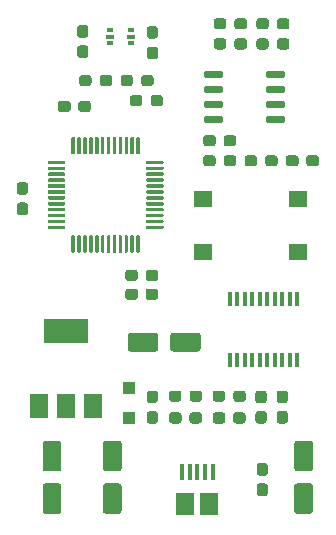
<source format=gtp>
%TF.GenerationSoftware,KiCad,Pcbnew,(5.1.10)-1*%
%TF.CreationDate,2021-07-24T18:54:27+10:00*%
%TF.ProjectId,temperature_logger,74656d70-6572-4617-9475-72655f6c6f67,rev?*%
%TF.SameCoordinates,Original*%
%TF.FileFunction,Paste,Top*%
%TF.FilePolarity,Positive*%
%FSLAX46Y46*%
G04 Gerber Fmt 4.6, Leading zero omitted, Abs format (unit mm)*
G04 Created by KiCad (PCBNEW (5.1.10)-1) date 2021-07-24 18:54:27*
%MOMM*%
%LPD*%
G01*
G04 APERTURE LIST*
%ADD10R,1.600000X1.400000*%
%ADD11R,1.000000X1.000000*%
%ADD12R,0.400000X1.200000*%
%ADD13R,1.500000X2.000000*%
%ADD14R,3.800000X2.000000*%
%ADD15R,0.500000X0.375000*%
%ADD16R,0.650000X0.300000*%
%ADD17R,1.500000X1.900000*%
%ADD18R,0.400000X1.350000*%
G04 APERTURE END LIST*
D10*
%TO.C,SW1*%
X146900000Y-87250000D03*
X154900000Y-87250000D03*
X146900000Y-82750000D03*
X154900000Y-82750000D03*
%TD*%
%TO.C,C2*%
G36*
G01*
X155625000Y-79737500D02*
X155625000Y-79262500D01*
G75*
G02*
X155862500Y-79025000I237500J0D01*
G01*
X156462500Y-79025000D01*
G75*
G02*
X156700000Y-79262500I0J-237500D01*
G01*
X156700000Y-79737500D01*
G75*
G02*
X156462500Y-79975000I-237500J0D01*
G01*
X155862500Y-79975000D01*
G75*
G02*
X155625000Y-79737500I0J237500D01*
G01*
G37*
G36*
G01*
X153900000Y-79737500D02*
X153900000Y-79262500D01*
G75*
G02*
X154137500Y-79025000I237500J0D01*
G01*
X154737500Y-79025000D01*
G75*
G02*
X154975000Y-79262500I0J-237500D01*
G01*
X154975000Y-79737500D01*
G75*
G02*
X154737500Y-79975000I-237500J0D01*
G01*
X154137500Y-79975000D01*
G75*
G02*
X153900000Y-79737500I0J237500D01*
G01*
G37*
%TD*%
%TO.C,C8*%
G36*
G01*
X138650000Y-106800000D02*
X139750000Y-106800000D01*
G75*
G02*
X140000000Y-107050000I0J-250000D01*
G01*
X140000000Y-109150000D01*
G75*
G02*
X139750000Y-109400000I-250000J0D01*
G01*
X138650000Y-109400000D01*
G75*
G02*
X138400000Y-109150000I0J250000D01*
G01*
X138400000Y-107050000D01*
G75*
G02*
X138650000Y-106800000I250000J0D01*
G01*
G37*
G36*
G01*
X138650000Y-103200000D02*
X139750000Y-103200000D01*
G75*
G02*
X140000000Y-103450000I0J-250000D01*
G01*
X140000000Y-105550000D01*
G75*
G02*
X139750000Y-105800000I-250000J0D01*
G01*
X138650000Y-105800000D01*
G75*
G02*
X138400000Y-105550000I0J250000D01*
G01*
X138400000Y-103450000D01*
G75*
G02*
X138650000Y-103200000I250000J0D01*
G01*
G37*
%TD*%
%TO.C,C15*%
G36*
G01*
X154850000Y-106800000D02*
X155950000Y-106800000D01*
G75*
G02*
X156200000Y-107050000I0J-250000D01*
G01*
X156200000Y-109150000D01*
G75*
G02*
X155950000Y-109400000I-250000J0D01*
G01*
X154850000Y-109400000D01*
G75*
G02*
X154600000Y-109150000I0J250000D01*
G01*
X154600000Y-107050000D01*
G75*
G02*
X154850000Y-106800000I250000J0D01*
G01*
G37*
G36*
G01*
X154850000Y-103200000D02*
X155950000Y-103200000D01*
G75*
G02*
X156200000Y-103450000I0J-250000D01*
G01*
X156200000Y-105550000D01*
G75*
G02*
X155950000Y-105800000I-250000J0D01*
G01*
X154850000Y-105800000D01*
G75*
G02*
X154600000Y-105550000I0J250000D01*
G01*
X154600000Y-103450000D01*
G75*
G02*
X154850000Y-103200000I250000J0D01*
G01*
G37*
%TD*%
%TO.C,C12*%
G36*
G01*
X149425000Y-101507500D02*
X149425000Y-101032500D01*
G75*
G02*
X149662500Y-100795000I237500J0D01*
G01*
X150262500Y-100795000D01*
G75*
G02*
X150500000Y-101032500I0J-237500D01*
G01*
X150500000Y-101507500D01*
G75*
G02*
X150262500Y-101745000I-237500J0D01*
G01*
X149662500Y-101745000D01*
G75*
G02*
X149425000Y-101507500I0J237500D01*
G01*
G37*
G36*
G01*
X147700000Y-101507500D02*
X147700000Y-101032500D01*
G75*
G02*
X147937500Y-100795000I237500J0D01*
G01*
X148537500Y-100795000D01*
G75*
G02*
X148775000Y-101032500I0J-237500D01*
G01*
X148775000Y-101507500D01*
G75*
G02*
X148537500Y-101745000I-237500J0D01*
G01*
X147937500Y-101745000D01*
G75*
G02*
X147700000Y-101507500I0J237500D01*
G01*
G37*
%TD*%
%TO.C,C11*%
G36*
G01*
X145075000Y-101032500D02*
X145075000Y-101507500D01*
G75*
G02*
X144837500Y-101745000I-237500J0D01*
G01*
X144237500Y-101745000D01*
G75*
G02*
X144000000Y-101507500I0J237500D01*
G01*
X144000000Y-101032500D01*
G75*
G02*
X144237500Y-100795000I237500J0D01*
G01*
X144837500Y-100795000D01*
G75*
G02*
X145075000Y-101032500I0J-237500D01*
G01*
G37*
G36*
G01*
X146800000Y-101032500D02*
X146800000Y-101507500D01*
G75*
G02*
X146562500Y-101745000I-237500J0D01*
G01*
X145962500Y-101745000D01*
G75*
G02*
X145725000Y-101507500I0J237500D01*
G01*
X145725000Y-101032500D01*
G75*
G02*
X145962500Y-100795000I237500J0D01*
G01*
X146562500Y-100795000D01*
G75*
G02*
X146800000Y-101032500I0J-237500D01*
G01*
G37*
%TD*%
D11*
%TO.C,D3*%
X140600000Y-101250000D03*
X140600000Y-98750000D03*
%TD*%
%TO.C,D2*%
G36*
G01*
X148850000Y-67662500D02*
X148850000Y-68137500D01*
G75*
G02*
X148612500Y-68375000I-237500J0D01*
G01*
X148037500Y-68375000D01*
G75*
G02*
X147800000Y-68137500I0J237500D01*
G01*
X147800000Y-67662500D01*
G75*
G02*
X148037500Y-67425000I237500J0D01*
G01*
X148612500Y-67425000D01*
G75*
G02*
X148850000Y-67662500I0J-237500D01*
G01*
G37*
G36*
G01*
X150600000Y-67662500D02*
X150600000Y-68137500D01*
G75*
G02*
X150362500Y-68375000I-237500J0D01*
G01*
X149787500Y-68375000D01*
G75*
G02*
X149550000Y-68137500I0J237500D01*
G01*
X149550000Y-67662500D01*
G75*
G02*
X149787500Y-67425000I237500J0D01*
G01*
X150362500Y-67425000D01*
G75*
G02*
X150600000Y-67662500I0J-237500D01*
G01*
G37*
%TD*%
%TO.C,D1*%
G36*
G01*
X152450000Y-67662500D02*
X152450000Y-68137500D01*
G75*
G02*
X152212500Y-68375000I-237500J0D01*
G01*
X151637500Y-68375000D01*
G75*
G02*
X151400000Y-68137500I0J237500D01*
G01*
X151400000Y-67662500D01*
G75*
G02*
X151637500Y-67425000I237500J0D01*
G01*
X152212500Y-67425000D01*
G75*
G02*
X152450000Y-67662500I0J-237500D01*
G01*
G37*
G36*
G01*
X154200000Y-67662500D02*
X154200000Y-68137500D01*
G75*
G02*
X153962500Y-68375000I-237500J0D01*
G01*
X153387500Y-68375000D01*
G75*
G02*
X153150000Y-68137500I0J237500D01*
G01*
X153150000Y-67662500D01*
G75*
G02*
X153387500Y-67425000I237500J0D01*
G01*
X153962500Y-67425000D01*
G75*
G02*
X154200000Y-67662500I0J-237500D01*
G01*
G37*
%TD*%
%TO.C,C10*%
G36*
G01*
X144100000Y-95400000D02*
X144100000Y-94300000D01*
G75*
G02*
X144350000Y-94050000I250000J0D01*
G01*
X146450000Y-94050000D01*
G75*
G02*
X146700000Y-94300000I0J-250000D01*
G01*
X146700000Y-95400000D01*
G75*
G02*
X146450000Y-95650000I-250000J0D01*
G01*
X144350000Y-95650000D01*
G75*
G02*
X144100000Y-95400000I0J250000D01*
G01*
G37*
G36*
G01*
X140500000Y-95400000D02*
X140500000Y-94300000D01*
G75*
G02*
X140750000Y-94050000I250000J0D01*
G01*
X142850000Y-94050000D01*
G75*
G02*
X143100000Y-94300000I0J-250000D01*
G01*
X143100000Y-95400000D01*
G75*
G02*
X142850000Y-95650000I-250000J0D01*
G01*
X140750000Y-95650000D01*
G75*
G02*
X140500000Y-95400000I0J250000D01*
G01*
G37*
%TD*%
%TO.C,C9*%
G36*
G01*
X133550000Y-103200000D02*
X134650000Y-103200000D01*
G75*
G02*
X134900000Y-103450000I0J-250000D01*
G01*
X134900000Y-105550000D01*
G75*
G02*
X134650000Y-105800000I-250000J0D01*
G01*
X133550000Y-105800000D01*
G75*
G02*
X133300000Y-105550000I0J250000D01*
G01*
X133300000Y-103450000D01*
G75*
G02*
X133550000Y-103200000I250000J0D01*
G01*
G37*
G36*
G01*
X133550000Y-106800000D02*
X134650000Y-106800000D01*
G75*
G02*
X134900000Y-107050000I0J-250000D01*
G01*
X134900000Y-109150000D01*
G75*
G02*
X134650000Y-109400000I-250000J0D01*
G01*
X133550000Y-109400000D01*
G75*
G02*
X133300000Y-109150000I0J250000D01*
G01*
X133300000Y-107050000D01*
G75*
G02*
X133550000Y-106800000I250000J0D01*
G01*
G37*
%TD*%
D12*
%TO.C,U5*%
X154857500Y-96400000D03*
X154222500Y-96400000D03*
X153587500Y-96400000D03*
X152952500Y-96400000D03*
X152317500Y-96400000D03*
X151682500Y-96400000D03*
X151047500Y-96400000D03*
X150412500Y-96400000D03*
X149777500Y-96400000D03*
X149142500Y-96400000D03*
X149142500Y-91200000D03*
X149777500Y-91200000D03*
X150412500Y-91200000D03*
X151047500Y-91200000D03*
X151682500Y-91200000D03*
X152317500Y-91200000D03*
X152952500Y-91200000D03*
X153587500Y-91200000D03*
X154222500Y-91200000D03*
X154857500Y-91200000D03*
%TD*%
D13*
%TO.C,U4*%
X133000000Y-100250000D03*
X137600000Y-100250000D03*
X135300000Y-100250000D03*
D14*
X135300000Y-93950000D03*
%TD*%
%TO.C,U3*%
G36*
G01*
X135740000Y-78884000D02*
X135740000Y-77559000D01*
G75*
G02*
X135815000Y-77484000I75000J0D01*
G01*
X135965000Y-77484000D01*
G75*
G02*
X136040000Y-77559000I0J-75000D01*
G01*
X136040000Y-78884000D01*
G75*
G02*
X135965000Y-78959000I-75000J0D01*
G01*
X135815000Y-78959000D01*
G75*
G02*
X135740000Y-78884000I0J75000D01*
G01*
G37*
G36*
G01*
X136240000Y-78884000D02*
X136240000Y-77559000D01*
G75*
G02*
X136315000Y-77484000I75000J0D01*
G01*
X136465000Y-77484000D01*
G75*
G02*
X136540000Y-77559000I0J-75000D01*
G01*
X136540000Y-78884000D01*
G75*
G02*
X136465000Y-78959000I-75000J0D01*
G01*
X136315000Y-78959000D01*
G75*
G02*
X136240000Y-78884000I0J75000D01*
G01*
G37*
G36*
G01*
X136740000Y-78884000D02*
X136740000Y-77559000D01*
G75*
G02*
X136815000Y-77484000I75000J0D01*
G01*
X136965000Y-77484000D01*
G75*
G02*
X137040000Y-77559000I0J-75000D01*
G01*
X137040000Y-78884000D01*
G75*
G02*
X136965000Y-78959000I-75000J0D01*
G01*
X136815000Y-78959000D01*
G75*
G02*
X136740000Y-78884000I0J75000D01*
G01*
G37*
G36*
G01*
X137240000Y-78884000D02*
X137240000Y-77559000D01*
G75*
G02*
X137315000Y-77484000I75000J0D01*
G01*
X137465000Y-77484000D01*
G75*
G02*
X137540000Y-77559000I0J-75000D01*
G01*
X137540000Y-78884000D01*
G75*
G02*
X137465000Y-78959000I-75000J0D01*
G01*
X137315000Y-78959000D01*
G75*
G02*
X137240000Y-78884000I0J75000D01*
G01*
G37*
G36*
G01*
X137740000Y-78884000D02*
X137740000Y-77559000D01*
G75*
G02*
X137815000Y-77484000I75000J0D01*
G01*
X137965000Y-77484000D01*
G75*
G02*
X138040000Y-77559000I0J-75000D01*
G01*
X138040000Y-78884000D01*
G75*
G02*
X137965000Y-78959000I-75000J0D01*
G01*
X137815000Y-78959000D01*
G75*
G02*
X137740000Y-78884000I0J75000D01*
G01*
G37*
G36*
G01*
X138240000Y-78884000D02*
X138240000Y-77559000D01*
G75*
G02*
X138315000Y-77484000I75000J0D01*
G01*
X138465000Y-77484000D01*
G75*
G02*
X138540000Y-77559000I0J-75000D01*
G01*
X138540000Y-78884000D01*
G75*
G02*
X138465000Y-78959000I-75000J0D01*
G01*
X138315000Y-78959000D01*
G75*
G02*
X138240000Y-78884000I0J75000D01*
G01*
G37*
G36*
G01*
X138740000Y-78884000D02*
X138740000Y-77559000D01*
G75*
G02*
X138815000Y-77484000I75000J0D01*
G01*
X138965000Y-77484000D01*
G75*
G02*
X139040000Y-77559000I0J-75000D01*
G01*
X139040000Y-78884000D01*
G75*
G02*
X138965000Y-78959000I-75000J0D01*
G01*
X138815000Y-78959000D01*
G75*
G02*
X138740000Y-78884000I0J75000D01*
G01*
G37*
G36*
G01*
X139240000Y-78884000D02*
X139240000Y-77559000D01*
G75*
G02*
X139315000Y-77484000I75000J0D01*
G01*
X139465000Y-77484000D01*
G75*
G02*
X139540000Y-77559000I0J-75000D01*
G01*
X139540000Y-78884000D01*
G75*
G02*
X139465000Y-78959000I-75000J0D01*
G01*
X139315000Y-78959000D01*
G75*
G02*
X139240000Y-78884000I0J75000D01*
G01*
G37*
G36*
G01*
X139740000Y-78884000D02*
X139740000Y-77559000D01*
G75*
G02*
X139815000Y-77484000I75000J0D01*
G01*
X139965000Y-77484000D01*
G75*
G02*
X140040000Y-77559000I0J-75000D01*
G01*
X140040000Y-78884000D01*
G75*
G02*
X139965000Y-78959000I-75000J0D01*
G01*
X139815000Y-78959000D01*
G75*
G02*
X139740000Y-78884000I0J75000D01*
G01*
G37*
G36*
G01*
X140240000Y-78884000D02*
X140240000Y-77559000D01*
G75*
G02*
X140315000Y-77484000I75000J0D01*
G01*
X140465000Y-77484000D01*
G75*
G02*
X140540000Y-77559000I0J-75000D01*
G01*
X140540000Y-78884000D01*
G75*
G02*
X140465000Y-78959000I-75000J0D01*
G01*
X140315000Y-78959000D01*
G75*
G02*
X140240000Y-78884000I0J75000D01*
G01*
G37*
G36*
G01*
X140740000Y-78884000D02*
X140740000Y-77559000D01*
G75*
G02*
X140815000Y-77484000I75000J0D01*
G01*
X140965000Y-77484000D01*
G75*
G02*
X141040000Y-77559000I0J-75000D01*
G01*
X141040000Y-78884000D01*
G75*
G02*
X140965000Y-78959000I-75000J0D01*
G01*
X140815000Y-78959000D01*
G75*
G02*
X140740000Y-78884000I0J75000D01*
G01*
G37*
G36*
G01*
X141240000Y-78884000D02*
X141240000Y-77559000D01*
G75*
G02*
X141315000Y-77484000I75000J0D01*
G01*
X141465000Y-77484000D01*
G75*
G02*
X141540000Y-77559000I0J-75000D01*
G01*
X141540000Y-78884000D01*
G75*
G02*
X141465000Y-78959000I-75000J0D01*
G01*
X141315000Y-78959000D01*
G75*
G02*
X141240000Y-78884000I0J75000D01*
G01*
G37*
G36*
G01*
X142065000Y-79709000D02*
X142065000Y-79559000D01*
G75*
G02*
X142140000Y-79484000I75000J0D01*
G01*
X143465000Y-79484000D01*
G75*
G02*
X143540000Y-79559000I0J-75000D01*
G01*
X143540000Y-79709000D01*
G75*
G02*
X143465000Y-79784000I-75000J0D01*
G01*
X142140000Y-79784000D01*
G75*
G02*
X142065000Y-79709000I0J75000D01*
G01*
G37*
G36*
G01*
X142065000Y-80209000D02*
X142065000Y-80059000D01*
G75*
G02*
X142140000Y-79984000I75000J0D01*
G01*
X143465000Y-79984000D01*
G75*
G02*
X143540000Y-80059000I0J-75000D01*
G01*
X143540000Y-80209000D01*
G75*
G02*
X143465000Y-80284000I-75000J0D01*
G01*
X142140000Y-80284000D01*
G75*
G02*
X142065000Y-80209000I0J75000D01*
G01*
G37*
G36*
G01*
X142065000Y-80709000D02*
X142065000Y-80559000D01*
G75*
G02*
X142140000Y-80484000I75000J0D01*
G01*
X143465000Y-80484000D01*
G75*
G02*
X143540000Y-80559000I0J-75000D01*
G01*
X143540000Y-80709000D01*
G75*
G02*
X143465000Y-80784000I-75000J0D01*
G01*
X142140000Y-80784000D01*
G75*
G02*
X142065000Y-80709000I0J75000D01*
G01*
G37*
G36*
G01*
X142065000Y-81209000D02*
X142065000Y-81059000D01*
G75*
G02*
X142140000Y-80984000I75000J0D01*
G01*
X143465000Y-80984000D01*
G75*
G02*
X143540000Y-81059000I0J-75000D01*
G01*
X143540000Y-81209000D01*
G75*
G02*
X143465000Y-81284000I-75000J0D01*
G01*
X142140000Y-81284000D01*
G75*
G02*
X142065000Y-81209000I0J75000D01*
G01*
G37*
G36*
G01*
X142065000Y-81709000D02*
X142065000Y-81559000D01*
G75*
G02*
X142140000Y-81484000I75000J0D01*
G01*
X143465000Y-81484000D01*
G75*
G02*
X143540000Y-81559000I0J-75000D01*
G01*
X143540000Y-81709000D01*
G75*
G02*
X143465000Y-81784000I-75000J0D01*
G01*
X142140000Y-81784000D01*
G75*
G02*
X142065000Y-81709000I0J75000D01*
G01*
G37*
G36*
G01*
X142065000Y-82209000D02*
X142065000Y-82059000D01*
G75*
G02*
X142140000Y-81984000I75000J0D01*
G01*
X143465000Y-81984000D01*
G75*
G02*
X143540000Y-82059000I0J-75000D01*
G01*
X143540000Y-82209000D01*
G75*
G02*
X143465000Y-82284000I-75000J0D01*
G01*
X142140000Y-82284000D01*
G75*
G02*
X142065000Y-82209000I0J75000D01*
G01*
G37*
G36*
G01*
X142065000Y-82709000D02*
X142065000Y-82559000D01*
G75*
G02*
X142140000Y-82484000I75000J0D01*
G01*
X143465000Y-82484000D01*
G75*
G02*
X143540000Y-82559000I0J-75000D01*
G01*
X143540000Y-82709000D01*
G75*
G02*
X143465000Y-82784000I-75000J0D01*
G01*
X142140000Y-82784000D01*
G75*
G02*
X142065000Y-82709000I0J75000D01*
G01*
G37*
G36*
G01*
X142065000Y-83209000D02*
X142065000Y-83059000D01*
G75*
G02*
X142140000Y-82984000I75000J0D01*
G01*
X143465000Y-82984000D01*
G75*
G02*
X143540000Y-83059000I0J-75000D01*
G01*
X143540000Y-83209000D01*
G75*
G02*
X143465000Y-83284000I-75000J0D01*
G01*
X142140000Y-83284000D01*
G75*
G02*
X142065000Y-83209000I0J75000D01*
G01*
G37*
G36*
G01*
X142065000Y-83709000D02*
X142065000Y-83559000D01*
G75*
G02*
X142140000Y-83484000I75000J0D01*
G01*
X143465000Y-83484000D01*
G75*
G02*
X143540000Y-83559000I0J-75000D01*
G01*
X143540000Y-83709000D01*
G75*
G02*
X143465000Y-83784000I-75000J0D01*
G01*
X142140000Y-83784000D01*
G75*
G02*
X142065000Y-83709000I0J75000D01*
G01*
G37*
G36*
G01*
X142065000Y-84209000D02*
X142065000Y-84059000D01*
G75*
G02*
X142140000Y-83984000I75000J0D01*
G01*
X143465000Y-83984000D01*
G75*
G02*
X143540000Y-84059000I0J-75000D01*
G01*
X143540000Y-84209000D01*
G75*
G02*
X143465000Y-84284000I-75000J0D01*
G01*
X142140000Y-84284000D01*
G75*
G02*
X142065000Y-84209000I0J75000D01*
G01*
G37*
G36*
G01*
X142065000Y-84709000D02*
X142065000Y-84559000D01*
G75*
G02*
X142140000Y-84484000I75000J0D01*
G01*
X143465000Y-84484000D01*
G75*
G02*
X143540000Y-84559000I0J-75000D01*
G01*
X143540000Y-84709000D01*
G75*
G02*
X143465000Y-84784000I-75000J0D01*
G01*
X142140000Y-84784000D01*
G75*
G02*
X142065000Y-84709000I0J75000D01*
G01*
G37*
G36*
G01*
X142065000Y-85209000D02*
X142065000Y-85059000D01*
G75*
G02*
X142140000Y-84984000I75000J0D01*
G01*
X143465000Y-84984000D01*
G75*
G02*
X143540000Y-85059000I0J-75000D01*
G01*
X143540000Y-85209000D01*
G75*
G02*
X143465000Y-85284000I-75000J0D01*
G01*
X142140000Y-85284000D01*
G75*
G02*
X142065000Y-85209000I0J75000D01*
G01*
G37*
G36*
G01*
X141240000Y-87209000D02*
X141240000Y-85884000D01*
G75*
G02*
X141315000Y-85809000I75000J0D01*
G01*
X141465000Y-85809000D01*
G75*
G02*
X141540000Y-85884000I0J-75000D01*
G01*
X141540000Y-87209000D01*
G75*
G02*
X141465000Y-87284000I-75000J0D01*
G01*
X141315000Y-87284000D01*
G75*
G02*
X141240000Y-87209000I0J75000D01*
G01*
G37*
G36*
G01*
X140740000Y-87209000D02*
X140740000Y-85884000D01*
G75*
G02*
X140815000Y-85809000I75000J0D01*
G01*
X140965000Y-85809000D01*
G75*
G02*
X141040000Y-85884000I0J-75000D01*
G01*
X141040000Y-87209000D01*
G75*
G02*
X140965000Y-87284000I-75000J0D01*
G01*
X140815000Y-87284000D01*
G75*
G02*
X140740000Y-87209000I0J75000D01*
G01*
G37*
G36*
G01*
X140240000Y-87209000D02*
X140240000Y-85884000D01*
G75*
G02*
X140315000Y-85809000I75000J0D01*
G01*
X140465000Y-85809000D01*
G75*
G02*
X140540000Y-85884000I0J-75000D01*
G01*
X140540000Y-87209000D01*
G75*
G02*
X140465000Y-87284000I-75000J0D01*
G01*
X140315000Y-87284000D01*
G75*
G02*
X140240000Y-87209000I0J75000D01*
G01*
G37*
G36*
G01*
X139740000Y-87209000D02*
X139740000Y-85884000D01*
G75*
G02*
X139815000Y-85809000I75000J0D01*
G01*
X139965000Y-85809000D01*
G75*
G02*
X140040000Y-85884000I0J-75000D01*
G01*
X140040000Y-87209000D01*
G75*
G02*
X139965000Y-87284000I-75000J0D01*
G01*
X139815000Y-87284000D01*
G75*
G02*
X139740000Y-87209000I0J75000D01*
G01*
G37*
G36*
G01*
X139240000Y-87209000D02*
X139240000Y-85884000D01*
G75*
G02*
X139315000Y-85809000I75000J0D01*
G01*
X139465000Y-85809000D01*
G75*
G02*
X139540000Y-85884000I0J-75000D01*
G01*
X139540000Y-87209000D01*
G75*
G02*
X139465000Y-87284000I-75000J0D01*
G01*
X139315000Y-87284000D01*
G75*
G02*
X139240000Y-87209000I0J75000D01*
G01*
G37*
G36*
G01*
X138740000Y-87209000D02*
X138740000Y-85884000D01*
G75*
G02*
X138815000Y-85809000I75000J0D01*
G01*
X138965000Y-85809000D01*
G75*
G02*
X139040000Y-85884000I0J-75000D01*
G01*
X139040000Y-87209000D01*
G75*
G02*
X138965000Y-87284000I-75000J0D01*
G01*
X138815000Y-87284000D01*
G75*
G02*
X138740000Y-87209000I0J75000D01*
G01*
G37*
G36*
G01*
X138240000Y-87209000D02*
X138240000Y-85884000D01*
G75*
G02*
X138315000Y-85809000I75000J0D01*
G01*
X138465000Y-85809000D01*
G75*
G02*
X138540000Y-85884000I0J-75000D01*
G01*
X138540000Y-87209000D01*
G75*
G02*
X138465000Y-87284000I-75000J0D01*
G01*
X138315000Y-87284000D01*
G75*
G02*
X138240000Y-87209000I0J75000D01*
G01*
G37*
G36*
G01*
X137740000Y-87209000D02*
X137740000Y-85884000D01*
G75*
G02*
X137815000Y-85809000I75000J0D01*
G01*
X137965000Y-85809000D01*
G75*
G02*
X138040000Y-85884000I0J-75000D01*
G01*
X138040000Y-87209000D01*
G75*
G02*
X137965000Y-87284000I-75000J0D01*
G01*
X137815000Y-87284000D01*
G75*
G02*
X137740000Y-87209000I0J75000D01*
G01*
G37*
G36*
G01*
X137240000Y-87209000D02*
X137240000Y-85884000D01*
G75*
G02*
X137315000Y-85809000I75000J0D01*
G01*
X137465000Y-85809000D01*
G75*
G02*
X137540000Y-85884000I0J-75000D01*
G01*
X137540000Y-87209000D01*
G75*
G02*
X137465000Y-87284000I-75000J0D01*
G01*
X137315000Y-87284000D01*
G75*
G02*
X137240000Y-87209000I0J75000D01*
G01*
G37*
G36*
G01*
X136740000Y-87209000D02*
X136740000Y-85884000D01*
G75*
G02*
X136815000Y-85809000I75000J0D01*
G01*
X136965000Y-85809000D01*
G75*
G02*
X137040000Y-85884000I0J-75000D01*
G01*
X137040000Y-87209000D01*
G75*
G02*
X136965000Y-87284000I-75000J0D01*
G01*
X136815000Y-87284000D01*
G75*
G02*
X136740000Y-87209000I0J75000D01*
G01*
G37*
G36*
G01*
X136240000Y-87209000D02*
X136240000Y-85884000D01*
G75*
G02*
X136315000Y-85809000I75000J0D01*
G01*
X136465000Y-85809000D01*
G75*
G02*
X136540000Y-85884000I0J-75000D01*
G01*
X136540000Y-87209000D01*
G75*
G02*
X136465000Y-87284000I-75000J0D01*
G01*
X136315000Y-87284000D01*
G75*
G02*
X136240000Y-87209000I0J75000D01*
G01*
G37*
G36*
G01*
X135740000Y-87209000D02*
X135740000Y-85884000D01*
G75*
G02*
X135815000Y-85809000I75000J0D01*
G01*
X135965000Y-85809000D01*
G75*
G02*
X136040000Y-85884000I0J-75000D01*
G01*
X136040000Y-87209000D01*
G75*
G02*
X135965000Y-87284000I-75000J0D01*
G01*
X135815000Y-87284000D01*
G75*
G02*
X135740000Y-87209000I0J75000D01*
G01*
G37*
G36*
G01*
X133740000Y-85209000D02*
X133740000Y-85059000D01*
G75*
G02*
X133815000Y-84984000I75000J0D01*
G01*
X135140000Y-84984000D01*
G75*
G02*
X135215000Y-85059000I0J-75000D01*
G01*
X135215000Y-85209000D01*
G75*
G02*
X135140000Y-85284000I-75000J0D01*
G01*
X133815000Y-85284000D01*
G75*
G02*
X133740000Y-85209000I0J75000D01*
G01*
G37*
G36*
G01*
X133740000Y-84709000D02*
X133740000Y-84559000D01*
G75*
G02*
X133815000Y-84484000I75000J0D01*
G01*
X135140000Y-84484000D01*
G75*
G02*
X135215000Y-84559000I0J-75000D01*
G01*
X135215000Y-84709000D01*
G75*
G02*
X135140000Y-84784000I-75000J0D01*
G01*
X133815000Y-84784000D01*
G75*
G02*
X133740000Y-84709000I0J75000D01*
G01*
G37*
G36*
G01*
X133740000Y-84209000D02*
X133740000Y-84059000D01*
G75*
G02*
X133815000Y-83984000I75000J0D01*
G01*
X135140000Y-83984000D01*
G75*
G02*
X135215000Y-84059000I0J-75000D01*
G01*
X135215000Y-84209000D01*
G75*
G02*
X135140000Y-84284000I-75000J0D01*
G01*
X133815000Y-84284000D01*
G75*
G02*
X133740000Y-84209000I0J75000D01*
G01*
G37*
G36*
G01*
X133740000Y-83709000D02*
X133740000Y-83559000D01*
G75*
G02*
X133815000Y-83484000I75000J0D01*
G01*
X135140000Y-83484000D01*
G75*
G02*
X135215000Y-83559000I0J-75000D01*
G01*
X135215000Y-83709000D01*
G75*
G02*
X135140000Y-83784000I-75000J0D01*
G01*
X133815000Y-83784000D01*
G75*
G02*
X133740000Y-83709000I0J75000D01*
G01*
G37*
G36*
G01*
X133740000Y-83209000D02*
X133740000Y-83059000D01*
G75*
G02*
X133815000Y-82984000I75000J0D01*
G01*
X135140000Y-82984000D01*
G75*
G02*
X135215000Y-83059000I0J-75000D01*
G01*
X135215000Y-83209000D01*
G75*
G02*
X135140000Y-83284000I-75000J0D01*
G01*
X133815000Y-83284000D01*
G75*
G02*
X133740000Y-83209000I0J75000D01*
G01*
G37*
G36*
G01*
X133740000Y-82709000D02*
X133740000Y-82559000D01*
G75*
G02*
X133815000Y-82484000I75000J0D01*
G01*
X135140000Y-82484000D01*
G75*
G02*
X135215000Y-82559000I0J-75000D01*
G01*
X135215000Y-82709000D01*
G75*
G02*
X135140000Y-82784000I-75000J0D01*
G01*
X133815000Y-82784000D01*
G75*
G02*
X133740000Y-82709000I0J75000D01*
G01*
G37*
G36*
G01*
X133740000Y-82209000D02*
X133740000Y-82059000D01*
G75*
G02*
X133815000Y-81984000I75000J0D01*
G01*
X135140000Y-81984000D01*
G75*
G02*
X135215000Y-82059000I0J-75000D01*
G01*
X135215000Y-82209000D01*
G75*
G02*
X135140000Y-82284000I-75000J0D01*
G01*
X133815000Y-82284000D01*
G75*
G02*
X133740000Y-82209000I0J75000D01*
G01*
G37*
G36*
G01*
X133740000Y-81709000D02*
X133740000Y-81559000D01*
G75*
G02*
X133815000Y-81484000I75000J0D01*
G01*
X135140000Y-81484000D01*
G75*
G02*
X135215000Y-81559000I0J-75000D01*
G01*
X135215000Y-81709000D01*
G75*
G02*
X135140000Y-81784000I-75000J0D01*
G01*
X133815000Y-81784000D01*
G75*
G02*
X133740000Y-81709000I0J75000D01*
G01*
G37*
G36*
G01*
X133740000Y-81209000D02*
X133740000Y-81059000D01*
G75*
G02*
X133815000Y-80984000I75000J0D01*
G01*
X135140000Y-80984000D01*
G75*
G02*
X135215000Y-81059000I0J-75000D01*
G01*
X135215000Y-81209000D01*
G75*
G02*
X135140000Y-81284000I-75000J0D01*
G01*
X133815000Y-81284000D01*
G75*
G02*
X133740000Y-81209000I0J75000D01*
G01*
G37*
G36*
G01*
X133740000Y-80709000D02*
X133740000Y-80559000D01*
G75*
G02*
X133815000Y-80484000I75000J0D01*
G01*
X135140000Y-80484000D01*
G75*
G02*
X135215000Y-80559000I0J-75000D01*
G01*
X135215000Y-80709000D01*
G75*
G02*
X135140000Y-80784000I-75000J0D01*
G01*
X133815000Y-80784000D01*
G75*
G02*
X133740000Y-80709000I0J75000D01*
G01*
G37*
G36*
G01*
X133740000Y-80209000D02*
X133740000Y-80059000D01*
G75*
G02*
X133815000Y-79984000I75000J0D01*
G01*
X135140000Y-79984000D01*
G75*
G02*
X135215000Y-80059000I0J-75000D01*
G01*
X135215000Y-80209000D01*
G75*
G02*
X135140000Y-80284000I-75000J0D01*
G01*
X133815000Y-80284000D01*
G75*
G02*
X133740000Y-80209000I0J75000D01*
G01*
G37*
G36*
G01*
X133740000Y-79709000D02*
X133740000Y-79559000D01*
G75*
G02*
X133815000Y-79484000I75000J0D01*
G01*
X135140000Y-79484000D01*
G75*
G02*
X135215000Y-79559000I0J-75000D01*
G01*
X135215000Y-79709000D01*
G75*
G02*
X135140000Y-79784000I-75000J0D01*
G01*
X133815000Y-79784000D01*
G75*
G02*
X133740000Y-79709000I0J75000D01*
G01*
G37*
%TD*%
%TO.C,U2*%
G36*
G01*
X148600000Y-75855000D02*
X148600000Y-76155000D01*
G75*
G02*
X148450000Y-76305000I-150000J0D01*
G01*
X147100000Y-76305000D01*
G75*
G02*
X146950000Y-76155000I0J150000D01*
G01*
X146950000Y-75855000D01*
G75*
G02*
X147100000Y-75705000I150000J0D01*
G01*
X148450000Y-75705000D01*
G75*
G02*
X148600000Y-75855000I0J-150000D01*
G01*
G37*
G36*
G01*
X148600000Y-74585000D02*
X148600000Y-74885000D01*
G75*
G02*
X148450000Y-75035000I-150000J0D01*
G01*
X147100000Y-75035000D01*
G75*
G02*
X146950000Y-74885000I0J150000D01*
G01*
X146950000Y-74585000D01*
G75*
G02*
X147100000Y-74435000I150000J0D01*
G01*
X148450000Y-74435000D01*
G75*
G02*
X148600000Y-74585000I0J-150000D01*
G01*
G37*
G36*
G01*
X148600000Y-73315000D02*
X148600000Y-73615000D01*
G75*
G02*
X148450000Y-73765000I-150000J0D01*
G01*
X147100000Y-73765000D01*
G75*
G02*
X146950000Y-73615000I0J150000D01*
G01*
X146950000Y-73315000D01*
G75*
G02*
X147100000Y-73165000I150000J0D01*
G01*
X148450000Y-73165000D01*
G75*
G02*
X148600000Y-73315000I0J-150000D01*
G01*
G37*
G36*
G01*
X148600000Y-72045000D02*
X148600000Y-72345000D01*
G75*
G02*
X148450000Y-72495000I-150000J0D01*
G01*
X147100000Y-72495000D01*
G75*
G02*
X146950000Y-72345000I0J150000D01*
G01*
X146950000Y-72045000D01*
G75*
G02*
X147100000Y-71895000I150000J0D01*
G01*
X148450000Y-71895000D01*
G75*
G02*
X148600000Y-72045000I0J-150000D01*
G01*
G37*
G36*
G01*
X153850000Y-72045000D02*
X153850000Y-72345000D01*
G75*
G02*
X153700000Y-72495000I-150000J0D01*
G01*
X152350000Y-72495000D01*
G75*
G02*
X152200000Y-72345000I0J150000D01*
G01*
X152200000Y-72045000D01*
G75*
G02*
X152350000Y-71895000I150000J0D01*
G01*
X153700000Y-71895000D01*
G75*
G02*
X153850000Y-72045000I0J-150000D01*
G01*
G37*
G36*
G01*
X153850000Y-73315000D02*
X153850000Y-73615000D01*
G75*
G02*
X153700000Y-73765000I-150000J0D01*
G01*
X152350000Y-73765000D01*
G75*
G02*
X152200000Y-73615000I0J150000D01*
G01*
X152200000Y-73315000D01*
G75*
G02*
X152350000Y-73165000I150000J0D01*
G01*
X153700000Y-73165000D01*
G75*
G02*
X153850000Y-73315000I0J-150000D01*
G01*
G37*
G36*
G01*
X153850000Y-74585000D02*
X153850000Y-74885000D01*
G75*
G02*
X153700000Y-75035000I-150000J0D01*
G01*
X152350000Y-75035000D01*
G75*
G02*
X152200000Y-74885000I0J150000D01*
G01*
X152200000Y-74585000D01*
G75*
G02*
X152350000Y-74435000I150000J0D01*
G01*
X153700000Y-74435000D01*
G75*
G02*
X153850000Y-74585000I0J-150000D01*
G01*
G37*
G36*
G01*
X153850000Y-75855000D02*
X153850000Y-76155000D01*
G75*
G02*
X153700000Y-76305000I-150000J0D01*
G01*
X152350000Y-76305000D01*
G75*
G02*
X152200000Y-76155000I0J150000D01*
G01*
X152200000Y-75855000D01*
G75*
G02*
X152350000Y-75705000I150000J0D01*
G01*
X153700000Y-75705000D01*
G75*
G02*
X153850000Y-75855000I0J-150000D01*
G01*
G37*
%TD*%
D15*
%TO.C,U1*%
X139050000Y-69537500D03*
X139050000Y-68462500D03*
D16*
X140825000Y-69000000D03*
X138975000Y-69000000D03*
D15*
X140750000Y-68462500D03*
X140750000Y-69537500D03*
%TD*%
%TO.C,R13*%
G36*
G01*
X148750000Y-99192500D02*
X148750000Y-99667500D01*
G75*
G02*
X148512500Y-99905000I-237500J0D01*
G01*
X147937500Y-99905000D01*
G75*
G02*
X147700000Y-99667500I0J237500D01*
G01*
X147700000Y-99192500D01*
G75*
G02*
X147937500Y-98955000I237500J0D01*
G01*
X148512500Y-98955000D01*
G75*
G02*
X148750000Y-99192500I0J-237500D01*
G01*
G37*
G36*
G01*
X150500000Y-99192500D02*
X150500000Y-99667500D01*
G75*
G02*
X150262500Y-99905000I-237500J0D01*
G01*
X149687500Y-99905000D01*
G75*
G02*
X149450000Y-99667500I0J237500D01*
G01*
X149450000Y-99192500D01*
G75*
G02*
X149687500Y-98955000I237500J0D01*
G01*
X150262500Y-98955000D01*
G75*
G02*
X150500000Y-99192500I0J-237500D01*
G01*
G37*
%TD*%
%TO.C,R12*%
G36*
G01*
X145050000Y-99192500D02*
X145050000Y-99667500D01*
G75*
G02*
X144812500Y-99905000I-237500J0D01*
G01*
X144237500Y-99905000D01*
G75*
G02*
X144000000Y-99667500I0J237500D01*
G01*
X144000000Y-99192500D01*
G75*
G02*
X144237500Y-98955000I237500J0D01*
G01*
X144812500Y-98955000D01*
G75*
G02*
X145050000Y-99192500I0J-237500D01*
G01*
G37*
G36*
G01*
X146800000Y-99192500D02*
X146800000Y-99667500D01*
G75*
G02*
X146562500Y-99905000I-237500J0D01*
G01*
X145987500Y-99905000D01*
G75*
G02*
X145750000Y-99667500I0J237500D01*
G01*
X145750000Y-99192500D01*
G75*
G02*
X145987500Y-98955000I237500J0D01*
G01*
X146562500Y-98955000D01*
G75*
G02*
X146800000Y-99192500I0J-237500D01*
G01*
G37*
%TD*%
%TO.C,R11*%
G36*
G01*
X142837500Y-100000000D02*
X142362500Y-100000000D01*
G75*
G02*
X142125000Y-99762500I0J237500D01*
G01*
X142125000Y-99187500D01*
G75*
G02*
X142362500Y-98950000I237500J0D01*
G01*
X142837500Y-98950000D01*
G75*
G02*
X143075000Y-99187500I0J-237500D01*
G01*
X143075000Y-99762500D01*
G75*
G02*
X142837500Y-100000000I-237500J0D01*
G01*
G37*
G36*
G01*
X142837500Y-101750000D02*
X142362500Y-101750000D01*
G75*
G02*
X142125000Y-101512500I0J237500D01*
G01*
X142125000Y-100937500D01*
G75*
G02*
X142362500Y-100700000I237500J0D01*
G01*
X142837500Y-100700000D01*
G75*
G02*
X143075000Y-100937500I0J-237500D01*
G01*
X143075000Y-101512500D01*
G75*
G02*
X142837500Y-101750000I-237500J0D01*
G01*
G37*
%TD*%
%TO.C,R8*%
G36*
G01*
X142450000Y-74637500D02*
X142450000Y-74162500D01*
G75*
G02*
X142687500Y-73925000I237500J0D01*
G01*
X143262500Y-73925000D01*
G75*
G02*
X143500000Y-74162500I0J-237500D01*
G01*
X143500000Y-74637500D01*
G75*
G02*
X143262500Y-74875000I-237500J0D01*
G01*
X142687500Y-74875000D01*
G75*
G02*
X142450000Y-74637500I0J237500D01*
G01*
G37*
G36*
G01*
X140700000Y-74637500D02*
X140700000Y-74162500D01*
G75*
G02*
X140937500Y-73925000I237500J0D01*
G01*
X141512500Y-73925000D01*
G75*
G02*
X141750000Y-74162500I0J-237500D01*
G01*
X141750000Y-74637500D01*
G75*
G02*
X141512500Y-74875000I-237500J0D01*
G01*
X140937500Y-74875000D01*
G75*
G02*
X140700000Y-74637500I0J237500D01*
G01*
G37*
%TD*%
%TO.C,R7*%
G36*
G01*
X148650000Y-79737500D02*
X148650000Y-79262500D01*
G75*
G02*
X148887500Y-79025000I237500J0D01*
G01*
X149462500Y-79025000D01*
G75*
G02*
X149700000Y-79262500I0J-237500D01*
G01*
X149700000Y-79737500D01*
G75*
G02*
X149462500Y-79975000I-237500J0D01*
G01*
X148887500Y-79975000D01*
G75*
G02*
X148650000Y-79737500I0J237500D01*
G01*
G37*
G36*
G01*
X146900000Y-79737500D02*
X146900000Y-79262500D01*
G75*
G02*
X147137500Y-79025000I237500J0D01*
G01*
X147712500Y-79025000D01*
G75*
G02*
X147950000Y-79262500I0J-237500D01*
G01*
X147950000Y-79737500D01*
G75*
G02*
X147712500Y-79975000I-237500J0D01*
G01*
X147137500Y-79975000D01*
G75*
G02*
X146900000Y-79737500I0J237500D01*
G01*
G37*
%TD*%
%TO.C,R6*%
G36*
G01*
X152150000Y-79737500D02*
X152150000Y-79262500D01*
G75*
G02*
X152387500Y-79025000I237500J0D01*
G01*
X152962500Y-79025000D01*
G75*
G02*
X153200000Y-79262500I0J-237500D01*
G01*
X153200000Y-79737500D01*
G75*
G02*
X152962500Y-79975000I-237500J0D01*
G01*
X152387500Y-79975000D01*
G75*
G02*
X152150000Y-79737500I0J237500D01*
G01*
G37*
G36*
G01*
X150400000Y-79737500D02*
X150400000Y-79262500D01*
G75*
G02*
X150637500Y-79025000I237500J0D01*
G01*
X151212500Y-79025000D01*
G75*
G02*
X151450000Y-79262500I0J-237500D01*
G01*
X151450000Y-79737500D01*
G75*
G02*
X151212500Y-79975000I-237500J0D01*
G01*
X150637500Y-79975000D01*
G75*
G02*
X150400000Y-79737500I0J237500D01*
G01*
G37*
%TD*%
%TO.C,R5*%
G36*
G01*
X141650000Y-72937500D02*
X141650000Y-72462500D01*
G75*
G02*
X141887500Y-72225000I237500J0D01*
G01*
X142462500Y-72225000D01*
G75*
G02*
X142700000Y-72462500I0J-237500D01*
G01*
X142700000Y-72937500D01*
G75*
G02*
X142462500Y-73175000I-237500J0D01*
G01*
X141887500Y-73175000D01*
G75*
G02*
X141650000Y-72937500I0J237500D01*
G01*
G37*
G36*
G01*
X139900000Y-72937500D02*
X139900000Y-72462500D01*
G75*
G02*
X140137500Y-72225000I237500J0D01*
G01*
X140712500Y-72225000D01*
G75*
G02*
X140950000Y-72462500I0J-237500D01*
G01*
X140950000Y-72937500D01*
G75*
G02*
X140712500Y-73175000I-237500J0D01*
G01*
X140137500Y-73175000D01*
G75*
G02*
X139900000Y-72937500I0J237500D01*
G01*
G37*
%TD*%
%TO.C,R4*%
G36*
G01*
X137450000Y-72462500D02*
X137450000Y-72937500D01*
G75*
G02*
X137212500Y-73175000I-237500J0D01*
G01*
X136637500Y-73175000D01*
G75*
G02*
X136400000Y-72937500I0J237500D01*
G01*
X136400000Y-72462500D01*
G75*
G02*
X136637500Y-72225000I237500J0D01*
G01*
X137212500Y-72225000D01*
G75*
G02*
X137450000Y-72462500I0J-237500D01*
G01*
G37*
G36*
G01*
X139200000Y-72462500D02*
X139200000Y-72937500D01*
G75*
G02*
X138962500Y-73175000I-237500J0D01*
G01*
X138387500Y-73175000D01*
G75*
G02*
X138150000Y-72937500I0J237500D01*
G01*
X138150000Y-72462500D01*
G75*
G02*
X138387500Y-72225000I237500J0D01*
G01*
X138962500Y-72225000D01*
G75*
G02*
X139200000Y-72462500I0J-237500D01*
G01*
G37*
%TD*%
%TO.C,R3*%
G36*
G01*
X142362500Y-69850000D02*
X142837500Y-69850000D01*
G75*
G02*
X143075000Y-70087500I0J-237500D01*
G01*
X143075000Y-70662500D01*
G75*
G02*
X142837500Y-70900000I-237500J0D01*
G01*
X142362500Y-70900000D01*
G75*
G02*
X142125000Y-70662500I0J237500D01*
G01*
X142125000Y-70087500D01*
G75*
G02*
X142362500Y-69850000I237500J0D01*
G01*
G37*
G36*
G01*
X142362500Y-68100000D02*
X142837500Y-68100000D01*
G75*
G02*
X143075000Y-68337500I0J-237500D01*
G01*
X143075000Y-68912500D01*
G75*
G02*
X142837500Y-69150000I-237500J0D01*
G01*
X142362500Y-69150000D01*
G75*
G02*
X142125000Y-68912500I0J237500D01*
G01*
X142125000Y-68337500D01*
G75*
G02*
X142362500Y-68100000I237500J0D01*
G01*
G37*
%TD*%
%TO.C,R2*%
G36*
G01*
X148850000Y-69362500D02*
X148850000Y-69837500D01*
G75*
G02*
X148612500Y-70075000I-237500J0D01*
G01*
X148037500Y-70075000D01*
G75*
G02*
X147800000Y-69837500I0J237500D01*
G01*
X147800000Y-69362500D01*
G75*
G02*
X148037500Y-69125000I237500J0D01*
G01*
X148612500Y-69125000D01*
G75*
G02*
X148850000Y-69362500I0J-237500D01*
G01*
G37*
G36*
G01*
X150600000Y-69362500D02*
X150600000Y-69837500D01*
G75*
G02*
X150362500Y-70075000I-237500J0D01*
G01*
X149787500Y-70075000D01*
G75*
G02*
X149550000Y-69837500I0J237500D01*
G01*
X149550000Y-69362500D01*
G75*
G02*
X149787500Y-69125000I237500J0D01*
G01*
X150362500Y-69125000D01*
G75*
G02*
X150600000Y-69362500I0J-237500D01*
G01*
G37*
%TD*%
%TO.C,R1*%
G36*
G01*
X152450000Y-69362500D02*
X152450000Y-69837500D01*
G75*
G02*
X152212500Y-70075000I-237500J0D01*
G01*
X151637500Y-70075000D01*
G75*
G02*
X151400000Y-69837500I0J237500D01*
G01*
X151400000Y-69362500D01*
G75*
G02*
X151637500Y-69125000I237500J0D01*
G01*
X152212500Y-69125000D01*
G75*
G02*
X152450000Y-69362500I0J-237500D01*
G01*
G37*
G36*
G01*
X154200000Y-69362500D02*
X154200000Y-69837500D01*
G75*
G02*
X153962500Y-70075000I-237500J0D01*
G01*
X153387500Y-70075000D01*
G75*
G02*
X153150000Y-69837500I0J237500D01*
G01*
X153150000Y-69362500D01*
G75*
G02*
X153387500Y-69125000I237500J0D01*
G01*
X153962500Y-69125000D01*
G75*
G02*
X154200000Y-69362500I0J-237500D01*
G01*
G37*
%TD*%
D17*
%TO.C,J3*%
X145400000Y-108537500D03*
D18*
X146400000Y-105837500D03*
X147050000Y-105837500D03*
X147700000Y-105837500D03*
X145100000Y-105837500D03*
X145750000Y-105837500D03*
D17*
X147400000Y-108537500D03*
%TD*%
%TO.C,C16*%
G36*
G01*
X152137500Y-106165000D02*
X151662500Y-106165000D01*
G75*
G02*
X151425000Y-105927500I0J237500D01*
G01*
X151425000Y-105327500D01*
G75*
G02*
X151662500Y-105090000I237500J0D01*
G01*
X152137500Y-105090000D01*
G75*
G02*
X152375000Y-105327500I0J-237500D01*
G01*
X152375000Y-105927500D01*
G75*
G02*
X152137500Y-106165000I-237500J0D01*
G01*
G37*
G36*
G01*
X152137500Y-107890000D02*
X151662500Y-107890000D01*
G75*
G02*
X151425000Y-107652500I0J237500D01*
G01*
X151425000Y-107052500D01*
G75*
G02*
X151662500Y-106815000I237500J0D01*
G01*
X152137500Y-106815000D01*
G75*
G02*
X152375000Y-107052500I0J-237500D01*
G01*
X152375000Y-107652500D01*
G75*
G02*
X152137500Y-107890000I-237500J0D01*
G01*
G37*
%TD*%
%TO.C,C14*%
G36*
G01*
X153362500Y-100675000D02*
X153837500Y-100675000D01*
G75*
G02*
X154075000Y-100912500I0J-237500D01*
G01*
X154075000Y-101512500D01*
G75*
G02*
X153837500Y-101750000I-237500J0D01*
G01*
X153362500Y-101750000D01*
G75*
G02*
X153125000Y-101512500I0J237500D01*
G01*
X153125000Y-100912500D01*
G75*
G02*
X153362500Y-100675000I237500J0D01*
G01*
G37*
G36*
G01*
X153362500Y-98950000D02*
X153837500Y-98950000D01*
G75*
G02*
X154075000Y-99187500I0J-237500D01*
G01*
X154075000Y-99787500D01*
G75*
G02*
X153837500Y-100025000I-237500J0D01*
G01*
X153362500Y-100025000D01*
G75*
G02*
X153125000Y-99787500I0J237500D01*
G01*
X153125000Y-99187500D01*
G75*
G02*
X153362500Y-98950000I237500J0D01*
G01*
G37*
%TD*%
%TO.C,C13*%
G36*
G01*
X151562500Y-100675000D02*
X152037500Y-100675000D01*
G75*
G02*
X152275000Y-100912500I0J-237500D01*
G01*
X152275000Y-101512500D01*
G75*
G02*
X152037500Y-101750000I-237500J0D01*
G01*
X151562500Y-101750000D01*
G75*
G02*
X151325000Y-101512500I0J237500D01*
G01*
X151325000Y-100912500D01*
G75*
G02*
X151562500Y-100675000I237500J0D01*
G01*
G37*
G36*
G01*
X151562500Y-98950000D02*
X152037500Y-98950000D01*
G75*
G02*
X152275000Y-99187500I0J-237500D01*
G01*
X152275000Y-99787500D01*
G75*
G02*
X152037500Y-100025000I-237500J0D01*
G01*
X151562500Y-100025000D01*
G75*
G02*
X151325000Y-99787500I0J237500D01*
G01*
X151325000Y-99187500D01*
G75*
G02*
X151562500Y-98950000I237500J0D01*
G01*
G37*
%TD*%
%TO.C,C7*%
G36*
G01*
X136325000Y-75137500D02*
X136325000Y-74662500D01*
G75*
G02*
X136562500Y-74425000I237500J0D01*
G01*
X137162500Y-74425000D01*
G75*
G02*
X137400000Y-74662500I0J-237500D01*
G01*
X137400000Y-75137500D01*
G75*
G02*
X137162500Y-75375000I-237500J0D01*
G01*
X136562500Y-75375000D01*
G75*
G02*
X136325000Y-75137500I0J237500D01*
G01*
G37*
G36*
G01*
X134600000Y-75137500D02*
X134600000Y-74662500D01*
G75*
G02*
X134837500Y-74425000I237500J0D01*
G01*
X135437500Y-74425000D01*
G75*
G02*
X135675000Y-74662500I0J-237500D01*
G01*
X135675000Y-75137500D01*
G75*
G02*
X135437500Y-75375000I-237500J0D01*
G01*
X134837500Y-75375000D01*
G75*
G02*
X134600000Y-75137500I0J237500D01*
G01*
G37*
%TD*%
%TO.C,C6*%
G36*
G01*
X131837500Y-82375000D02*
X131362500Y-82375000D01*
G75*
G02*
X131125000Y-82137500I0J237500D01*
G01*
X131125000Y-81537500D01*
G75*
G02*
X131362500Y-81300000I237500J0D01*
G01*
X131837500Y-81300000D01*
G75*
G02*
X132075000Y-81537500I0J-237500D01*
G01*
X132075000Y-82137500D01*
G75*
G02*
X131837500Y-82375000I-237500J0D01*
G01*
G37*
G36*
G01*
X131837500Y-84100000D02*
X131362500Y-84100000D01*
G75*
G02*
X131125000Y-83862500I0J237500D01*
G01*
X131125000Y-83262500D01*
G75*
G02*
X131362500Y-83025000I237500J0D01*
G01*
X131837500Y-83025000D01*
G75*
G02*
X132075000Y-83262500I0J-237500D01*
G01*
X132075000Y-83862500D01*
G75*
G02*
X131837500Y-84100000I-237500J0D01*
G01*
G37*
%TD*%
%TO.C,C5*%
G36*
G01*
X142025000Y-89437500D02*
X142025000Y-88962500D01*
G75*
G02*
X142262500Y-88725000I237500J0D01*
G01*
X142862500Y-88725000D01*
G75*
G02*
X143100000Y-88962500I0J-237500D01*
G01*
X143100000Y-89437500D01*
G75*
G02*
X142862500Y-89675000I-237500J0D01*
G01*
X142262500Y-89675000D01*
G75*
G02*
X142025000Y-89437500I0J237500D01*
G01*
G37*
G36*
G01*
X140300000Y-89437500D02*
X140300000Y-88962500D01*
G75*
G02*
X140537500Y-88725000I237500J0D01*
G01*
X141137500Y-88725000D01*
G75*
G02*
X141375000Y-88962500I0J-237500D01*
G01*
X141375000Y-89437500D01*
G75*
G02*
X141137500Y-89675000I-237500J0D01*
G01*
X140537500Y-89675000D01*
G75*
G02*
X140300000Y-89437500I0J237500D01*
G01*
G37*
%TD*%
%TO.C,C4*%
G36*
G01*
X142025000Y-91037500D02*
X142025000Y-90562500D01*
G75*
G02*
X142262500Y-90325000I237500J0D01*
G01*
X142862500Y-90325000D01*
G75*
G02*
X143100000Y-90562500I0J-237500D01*
G01*
X143100000Y-91037500D01*
G75*
G02*
X142862500Y-91275000I-237500J0D01*
G01*
X142262500Y-91275000D01*
G75*
G02*
X142025000Y-91037500I0J237500D01*
G01*
G37*
G36*
G01*
X140300000Y-91037500D02*
X140300000Y-90562500D01*
G75*
G02*
X140537500Y-90325000I237500J0D01*
G01*
X141137500Y-90325000D01*
G75*
G02*
X141375000Y-90562500I0J-237500D01*
G01*
X141375000Y-91037500D01*
G75*
G02*
X141137500Y-91275000I-237500J0D01*
G01*
X140537500Y-91275000D01*
G75*
G02*
X140300000Y-91037500I0J237500D01*
G01*
G37*
%TD*%
%TO.C,C3*%
G36*
G01*
X147975000Y-77562500D02*
X147975000Y-78037500D01*
G75*
G02*
X147737500Y-78275000I-237500J0D01*
G01*
X147137500Y-78275000D01*
G75*
G02*
X146900000Y-78037500I0J237500D01*
G01*
X146900000Y-77562500D01*
G75*
G02*
X147137500Y-77325000I237500J0D01*
G01*
X147737500Y-77325000D01*
G75*
G02*
X147975000Y-77562500I0J-237500D01*
G01*
G37*
G36*
G01*
X149700000Y-77562500D02*
X149700000Y-78037500D01*
G75*
G02*
X149462500Y-78275000I-237500J0D01*
G01*
X148862500Y-78275000D01*
G75*
G02*
X148625000Y-78037500I0J237500D01*
G01*
X148625000Y-77562500D01*
G75*
G02*
X148862500Y-77325000I237500J0D01*
G01*
X149462500Y-77325000D01*
G75*
G02*
X149700000Y-77562500I0J-237500D01*
G01*
G37*
%TD*%
%TO.C,C1*%
G36*
G01*
X136937500Y-69075000D02*
X136462500Y-69075000D01*
G75*
G02*
X136225000Y-68837500I0J237500D01*
G01*
X136225000Y-68237500D01*
G75*
G02*
X136462500Y-68000000I237500J0D01*
G01*
X136937500Y-68000000D01*
G75*
G02*
X137175000Y-68237500I0J-237500D01*
G01*
X137175000Y-68837500D01*
G75*
G02*
X136937500Y-69075000I-237500J0D01*
G01*
G37*
G36*
G01*
X136937500Y-70800000D02*
X136462500Y-70800000D01*
G75*
G02*
X136225000Y-70562500I0J237500D01*
G01*
X136225000Y-69962500D01*
G75*
G02*
X136462500Y-69725000I237500J0D01*
G01*
X136937500Y-69725000D01*
G75*
G02*
X137175000Y-69962500I0J-237500D01*
G01*
X137175000Y-70562500D01*
G75*
G02*
X136937500Y-70800000I-237500J0D01*
G01*
G37*
%TD*%
M02*

</source>
